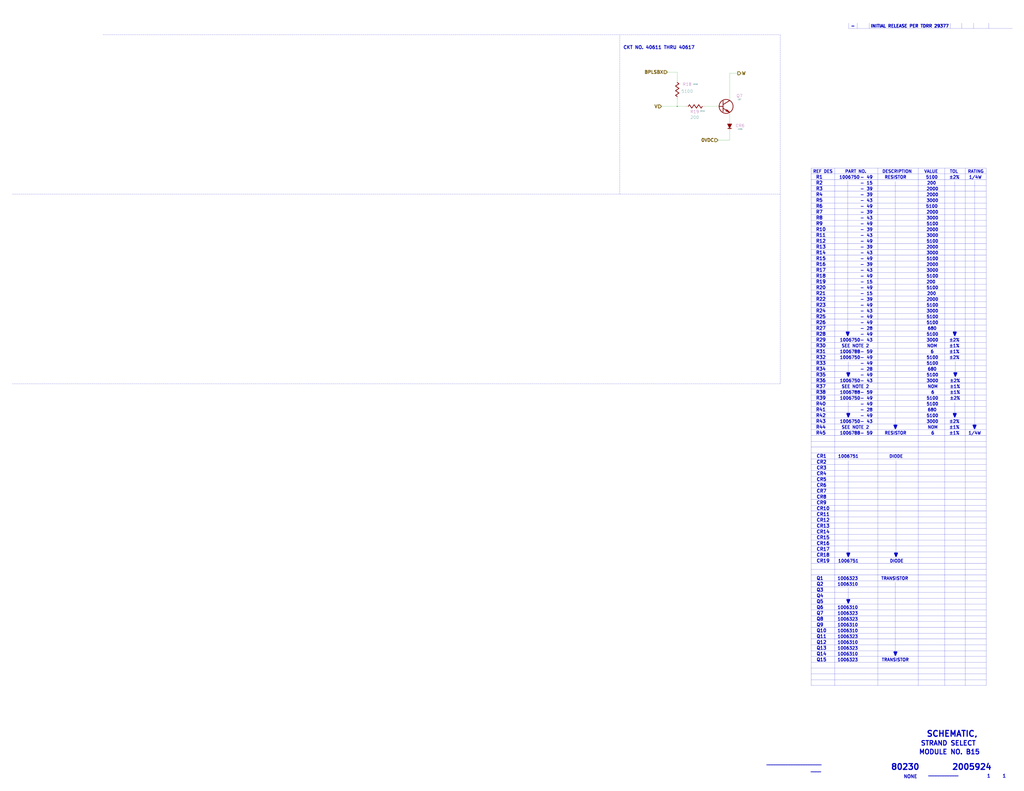
<source format=kicad_sch>
(kicad_sch (version 20211123) (generator eeschema)
  (paper "E")
  (lib_symbols
    (symbol "AGC_DSKY:Diode" (pin_numbers hide) (pin_names (offset 1.016) hide)
      (property "Reference" "CR" (at 0 5.08 0))
      (symbol "Diode_0_1"
        (polyline (pts (xy -2.54 -1.27) (xy -2.54 -1.905)) (stroke (width 0.762)))
        (polyline (pts (xy -2.54 1.27) (xy -2.54 -1.27)) (stroke (width 0.762)))
        (polyline (pts (xy -2.54 1.27) (xy -2.54 1.905)) (stroke (width 0.762)))
        (polyline (pts (xy -2.54 0) (xy 2.54 -2.54) (xy 2.54 2.54) (xy -2.54 0)) (stroke (width 0.2032)) (fill (type outline)))
      )
      (symbol "Diode_1_1"
        (pin passive line (at -5.08 0 0) (length 2.54) (name "K") (number "1"))
        (pin passive line (at 5.08 0 180) (length 2.54) (name "A") (number "2"))
      )
    )
    (symbol "AGC_DSKY:Resistor" (pin_numbers hide) (pin_names (offset 0) hide)
      (property "Reference" "R" (at -0.635 -4.445 0))
      (symbol "Resistor_0_1"
        (polyline (pts (xy -7.62 0) (xy -6.35 -1.905) (xy -3.81 1.905) (xy -1.27 -1.905) (xy 1.27 1.905) (xy 3.81 -1.905) (xy 6.35 1.905) (xy 7.62 0)) (stroke (width 0.762)))
      )
      (symbol "Resistor_1_1"
        (pin passive line (at -10.16 0 0) (length 2.54) (name "1") (number "1"))
        (pin passive line (at 10.16 0 180) (length 2.54) (name "2") (number "2"))
      )
    )
    (symbol "AGC_DSKY:Transistor-NPN" (pin_numbers hide) (pin_names (offset 0) hide)
      (property "Reference" "Q" (at 0 10.541 0))
      (symbol "Transistor-NPN_0_1"
        (polyline (pts (xy -3.302 -2.032) (xy 3.81 -6.35)) (stroke (width 0.762)))
        (polyline (pts (xy -3.302 2.032) (xy 3.81 6.35)) (stroke (width 0.762)))
        (polyline (pts (xy -3.302 5.969) (xy -3.302 -5.715)) (stroke (width 0.762)))
        (polyline (pts (xy -3.302 0) (xy -7.62 0) (xy -7.493 0)) (stroke (width 0.762)))
        (polyline (pts (xy -0.127 -4.826) (xy 0.635 -3.556) (xy 3.81 -6.35) (xy -0.254 -4.953)) (stroke (width 0.762)) (fill (type outline)))
        (circle (center 0 0) (radius 7.62) (stroke (width 0.762)))
      )
      (symbol "Transistor-NPN_1_1"
        (pin passive line (at 3.81 6.35 180) (length 0) (name "C") (number "1"))
        (pin passive line (at -7.62 0 0) (length 0) (name "B") (number "2"))
        (pin passive line (at 3.81 -6.35 180) (length 0) (name "E") (number "3"))
      )
    )
  )
  (junction (at 739.14 116.205))
  (polyline (pts (xy 885.19 259.715) (xy 1076.325 259.715)) (stroke (width 0) (type solid)))
  (polyline (pts (xy 1064.895 464.5152) (xy 1063.625 467.6902)) (stroke (width 1.524) (type solid)))
  (polyline (pts (xy 1042.67 394.335) (xy 1042.67 410.21)) (stroke (width 0) (type solid)))
  (polyline (pts (xy 885.19 488.315) (xy 1076.325 488.315)) (stroke (width 0) (type solid)))
  (wire (pts (xy 739.14 78.74) (xy 728.345 78.74)))
  (polyline (pts (xy 885.19 672.465) (xy 1076.325 672.465)) (stroke (width 0) (type solid)))
  (polyline (pts (xy 885.19 666.115) (xy 1076.325 666.115)) (stroke (width 0) (type solid)))
  (polyline (pts (xy 926.465 362.9152) (xy 925.195 366.0902)) (stroke (width 1.524) (type solid)))
  (polyline (pts (xy 1042.035 198.12) (xy 1042.035 365.76)) (stroke (width 0) (type solid)))
  (polyline (pts (xy 112.395 38.1) (xy 851.535 38.1)))
  (polyline (pts (xy 885.19 335.915) (xy 1076.325 335.915)) (stroke (width 0) (type solid)))
  (polyline (pts (xy 885.19 532.765) (xy 1076.325 532.765)) (stroke (width 0) (type solid)))
  (polyline (pts (xy 925.83 641.985) (xy 925.83 658.495)) (stroke (width 0) (type solid)))
  (polyline (pts (xy 885.19 697.865) (xy 1076.325 697.865)) (stroke (width 0) (type solid)))
  (polyline (pts (xy 885.19 481.965) (xy 1076.325 481.965)) (stroke (width 0) (type solid)))
  (polyline (pts (xy 885.19 501.015) (xy 1076.325 501.015)) (stroke (width 0) (type solid)))
  (polyline (pts (xy 885.19 520.065) (xy 1076.325 520.065)) (stroke (width 0) (type solid)))
  (polyline (pts (xy 885.19 735.965) (xy 1076.325 735.965)) (stroke (width 0) (type solid)))
  (polyline (pts (xy 1043.305 362.9152) (xy 1042.035 366.0902)) (stroke (width 1.524) (type solid)))
  (polyline (pts (xy 885.19 240.665) (xy 1076.325 240.665)) (stroke (width 0) (type solid)))
  (polyline (pts (xy 885.19 342.265) (xy 1076.325 342.265)) (stroke (width 0) (type solid)))
  (polyline (pts (xy 885.19 685.165) (xy 1076.325 685.165)) (stroke (width 0) (type solid)))
  (polyline (pts (xy 885.19 545.465) (xy 1076.325 545.465)) (stroke (width 0) (type solid)))
  (polyline (pts (xy 885.19 208.915) (xy 1076.325 208.915)) (stroke (width 0) (type solid)))
  (polyline (pts (xy 885.19 329.565) (xy 1076.325 329.565)) (stroke (width 0) (type solid)))
  (wire (pts (xy 739.14 78.74) (xy 739.14 87.63)))
  (polyline (pts (xy 885.19 278.765) (xy 1076.325 278.765)) (stroke (width 0) (type solid)))
  (wire (pts (xy 768.985 116.205) (xy 784.86 116.205)))
  (polyline (pts (xy 885.19 291.465) (xy 1076.325 291.465)) (stroke (width 0) (type solid)))
  (polyline (pts (xy 885.19 704.215) (xy 1076.325 704.215)) (stroke (width 0) (type solid)))
  (polyline (pts (xy 978.535 712.1652) (xy 977.265 715.3402)) (stroke (width 1.524) (type solid)))
  (wire (pts (xy 748.665 116.205) (xy 739.14 116.205)))
  (polyline (pts (xy 1062.355 464.5152) (xy 1064.895 464.5152)) (stroke (width 1.524) (type solid)))
  (polyline (pts (xy 676.275 212.09) (xy 676.275 38.1)))
  (polyline (pts (xy 885.19 564.515) (xy 1076.325 564.515)) (stroke (width 0) (type solid)))
  (polyline (pts (xy 885.19 621.665) (xy 1076.325 621.665)) (stroke (width 0) (type solid)))
  (polyline (pts (xy 885.19 215.265) (xy 1076.325 215.265)) (stroke (width 0) (type solid)))
  (polyline (pts (xy 976.63 604.2152) (xy 979.17 604.2152)) (stroke (width 1.524) (type solid)))
  (polyline (pts (xy 885.19 558.165) (xy 1076.325 558.165)) (stroke (width 0) (type solid)))
  (polyline (pts (xy 885.19 189.865) (xy 1076.325 189.865)) (stroke (width 0) (type solid)))
  (polyline (pts (xy 926.1094 25.2984) (xy 926.1094 31.0896)) (stroke (width 0) (type solid)))
  (polyline (pts (xy 885.19 310.515) (xy 1076.325 310.515)) (stroke (width 0) (type solid)))
  (polyline (pts (xy 1042.035 366.0902) (xy 1040.765 362.9152)) (stroke (width 1.524) (type solid)))
  (wire (pts (xy 739.14 116.205) (xy 721.995 116.205)))
  (polyline (pts (xy 885.19 653.415) (xy 1076.325 653.415)) (stroke (width 0) (type solid)))
  (polyline (pts (xy 885.19 183.515) (xy 885.19 748.665)) (stroke (width 0) (type solid)))
  (polyline (pts (xy 885.19 628.015) (xy 1076.325 628.015)) (stroke (width 0) (type solid)))
  (polyline (pts (xy 977.265 467.6902) (xy 975.995 464.5152)) (stroke (width 1.524) (type solid)))
  (polyline (pts (xy 885.19 456.565) (xy 1076.325 456.565)) (stroke (width 0) (type solid)))
  (polyline (pts (xy 885.19 316.865) (xy 1076.325 316.865)) (stroke (width 0) (type solid)))
  (polyline (pts (xy 885.19 393.065) (xy 1076.325 393.065)) (stroke (width 0) (type solid)))
  (polyline (pts (xy 927.1 604.2152) (xy 925.83 607.3902)) (stroke (width 1.524) (type solid)))
  (polyline (pts (xy 885.19 424.815) (xy 1076.325 424.815)) (stroke (width 0) (type solid)))
  (polyline (pts (xy 885.19 513.715) (xy 1076.325 513.715)) (stroke (width 0) (type solid)))
  (polyline (pts (xy 885.19 723.265) (xy 1076.325 723.265)) (stroke (width 0) (type solid)))
  (polyline (pts (xy 925.83 455.295) (xy 925.83 438.785)) (stroke (width 0) (type solid)))
  (polyline (pts (xy 1031.24 183.515) (xy 1031.24 748.665)) (stroke (width 0) (type solid)))
  (polyline (pts (xy 885.19 596.265) (xy 1076.325 596.265)) (stroke (width 0) (type solid)))
  (polyline (pts (xy 885.19 716.915) (xy 1076.325 716.915)) (stroke (width 0) (type solid)))
  (polyline (pts (xy 885.19 691.515) (xy 1076.325 691.515)) (stroke (width 0) (type solid)))
  (polyline (pts (xy 885.19 634.365) (xy 1076.325 634.365)) (stroke (width 0) (type solid)))
  (polyline (pts (xy 885.19 354.965) (xy 1076.325 354.965)) (stroke (width 0) (type solid)))
  (polyline (pts (xy 1040.765 451.8152) (xy 1043.305 451.8152)) (stroke (width 1.524) (type solid)))
  (wire (pts (xy 796.29 80.01) (xy 796.29 109.855)))
  (polyline (pts (xy 925.83 607.3902) (xy 924.56 604.2152)) (stroke (width 1.524) (type solid)))
  (polyline (pts (xy 958.215 183.515) (xy 958.215 748.665)) (stroke (width 0) (type solid)))
  (polyline (pts (xy 885.19 348.615) (xy 1076.325 348.615)) (stroke (width 0) (type solid)))
  (polyline (pts (xy 925.83 410.5402) (xy 924.56 407.3652)) (stroke (width 1.524) (type solid)))
  (polyline (pts (xy 924.56 655.0152) (xy 927.1 655.0152)) (stroke (width 1.524) (type solid)))
  (polyline (pts (xy 885.19 602.615) (xy 1076.325 602.615)) (stroke (width 0) (type solid)))
  (wire (pts (xy 796.29 80.01) (xy 805.18 80.01)))
  (polyline (pts (xy 927.1 451.8152) (xy 925.83 454.9902)) (stroke (width 1.524) (type solid)))
  (polyline (pts (xy 925.195 197.485) (xy 925.195 366.395)) (stroke (width 0) (type solid)))
  (polyline (pts (xy 885.19 418.465) (xy 1076.325 418.465)) (stroke (width 0) (type solid)))
  (polyline (pts (xy 885.19 386.715) (xy 1076.325 386.715)) (stroke (width 0) (type solid)))
  (polyline (pts (xy 885.19 647.065) (xy 1076.325 647.065)) (stroke (width 0) (type solid)))
  (polyline (pts (xy 13.335 212.09) (xy 851.535 212.09)))
  (polyline (pts (xy 926.1094 31.115) (xy 1104.9 31.115)) (stroke (width 0) (type solid)))
  (polyline (pts (xy 925.83 658.1902) (xy 924.56 655.0152)) (stroke (width 1.524) (type solid)))
  (polyline (pts (xy 885.19 526.415) (xy 1076.325 526.415)) (stroke (width 0) (type solid)))
  (polyline (pts (xy 925.83 454.9902) (xy 924.56 451.8152)) (stroke (width 1.524) (type solid)))
  (polyline (pts (xy 1037.1074 25.2984) (xy 1037.1074 31.0896)) (stroke (width 0) (type solid)))
  (polyline (pts (xy 911.225 748.665) (xy 911.225 183.515)) (stroke (width 0) (type solid)))
  (polyline (pts (xy 975.995 464.5152) (xy 978.535 464.5152)) (stroke (width 1.524) (type solid)))
  (polyline (pts (xy 885.19 253.365) (xy 1076.325 253.365)) (stroke (width 0) (type solid)))
  (polyline (pts (xy 885.19 577.215) (xy 1076.325 577.215)) (stroke (width 0) (type solid)))
  (polyline (pts (xy 885.19 412.115) (xy 1076.325 412.115)) (stroke (width 0) (type solid)))
  (polyline (pts (xy 885.19 266.065) (xy 1076.325 266.065)) (stroke (width 0) (type solid)))
  (polyline (pts (xy 977.265 635.635) (xy 977.265 715.01)) (stroke (width 0) (type solid)))
  (polyline (pts (xy 885.19 234.315) (xy 1076.325 234.315)) (stroke (width 0) (type solid)))
  (polyline (pts (xy 885.19 475.615) (xy 1076.325 475.615)) (stroke (width 0) (type solid)))
  (polyline (pts (xy 885.19 202.565) (xy 1076.325 202.565)) (stroke (width 0) (type solid)))
  (polyline (pts (xy 885.19 729.615) (xy 1076.325 729.615)) (stroke (width 0) (type solid)))
  (polyline (pts (xy 885.19 405.765) (xy 1076.325 405.765)) (stroke (width 0) (type solid)))
  (polyline (pts (xy 885.19 361.315) (xy 1076.325 361.315)) (stroke (width 0) (type solid)))
  (polyline (pts (xy 977.9 502.92) (xy 977.9 607.06)) (stroke (width 0) (type solid)))
  (polyline (pts (xy 885.19 589.915) (xy 1076.325 589.915)) (stroke (width 0) (type solid)))
  (polyline (pts (xy 885.19 748.665) (xy 1076.325 748.665)) (stroke (width 0) (type solid)))
  (polyline (pts (xy 885.19 539.115) (xy 1076.325 539.115)) (stroke (width 0) (type solid)))
  (polyline (pts (xy 885.19 323.215) (xy 1076.325 323.215)) (stroke (width 0) (type solid)))
  (polyline (pts (xy 948.69 25.2984) (xy 948.69 31.0896)) (stroke (width 0) (type solid)))
  (polyline (pts (xy 885.19 640.715) (xy 1076.325 640.715)) (stroke (width 0) (type solid)))
  (polyline (pts (xy 885.19 285.115) (xy 1076.325 285.115)) (stroke (width 0) (type solid)))
  (polyline (pts (xy 925.83 607.695) (xy 925.83 502.92)) (stroke (width 0) (type solid)))
  (polyline (pts (xy 885.19 615.315) (xy 1076.325 615.315)) (stroke (width 0) (type solid)))
  (polyline (pts (xy 923.925 362.9152) (xy 926.465 362.9152)) (stroke (width 1.524) (type solid)))
  (polyline (pts (xy 885.19 570.865) (xy 1076.325 570.865)) (stroke (width 0) (type solid)))
  (wire (pts (xy 796.29 142.875) (xy 796.29 153.035)))
  (wire (pts (xy 783.59 153.035) (xy 796.29 153.035)))
  (polyline (pts (xy 935.7106 25.2984) (xy 935.7106 31.0896)) (stroke (width 0) (type solid)))
  (polyline (pts (xy 924.56 604.2152) (xy 927.1 604.2152)) (stroke (width 1.524) (type solid)))
  (polyline (pts (xy 979.17 604.2152) (xy 977.9 607.3902)) (stroke (width 1.524) (type solid)))
  (polyline (pts (xy 885.19 399.415) (xy 1076.325 399.415)) (stroke (width 0) (type solid)))
  (polyline (pts (xy 924.56 407.3652) (xy 927.1 407.3652)) (stroke (width 1.524) (type solid)))
  (polyline (pts (xy 885.19 583.565) (xy 1076.325 583.565)) (stroke (width 0) (type solid)))
  (polyline (pts (xy 1043.94 407.3652) (xy 1042.67 410.5402)) (stroke (width 1.524) (type solid)))
  (polyline (pts (xy 885.19 272.415) (xy 1076.325 272.415)) (stroke (width 0) (type solid)))
  (polyline (pts (xy 885.19 437.515) (xy 1076.325 437.515)) (stroke (width 0) (type solid)))
  (polyline (pts (xy 885.19 374.015) (xy 1076.325 374.015)) (stroke (width 0) (type solid)))
  (polyline (pts (xy 1042.035 454.9902) (xy 1040.765 451.8152)) (stroke (width 1.524) (type solid)))
  (polyline (pts (xy 885.19 196.215) (xy 1076.325 196.215)) (stroke (width 0) (type solid)))
  (polyline (pts (xy 885.19 221.615) (xy 1076.325 221.615)) (stroke (width 0) (type solid)))
  (polyline (pts (xy 927.1 655.0152) (xy 925.83 658.1902)) (stroke (width 1.524) (type solid)))
  (polyline (pts (xy 924.56 451.8152) (xy 927.1 451.8152)) (stroke (width 1.524) (type solid)))
  (polyline (pts (xy 885.19 551.815) (xy 1076.325 551.815)) (stroke (width 0) (type solid)))
  (polyline (pts (xy 885.19 367.665) (xy 1076.325 367.665)) (stroke (width 0) (type solid)))
  (wire (pts (xy 739.14 107.95) (xy 739.14 116.205)))
  (polyline (pts (xy 885.19 507.365) (xy 1076.325 507.365)) (stroke (width 0) (type solid)))
  (polyline (pts (xy 885.19 469.265) (xy 1076.325 469.265)) (stroke (width 0) (type solid)))
  (wire (pts (xy 796.29 122.555) (xy 796.29 132.715)))
  (polyline (pts (xy 885.19 227.965) (xy 1076.325 227.965)) (stroke (width 0) (type solid)))
  (polyline (pts (xy 1041.4 407.3652) (xy 1043.94 407.3652)) (stroke (width 1.524) (type solid)))
  (polyline (pts (xy 885.19 678.815) (xy 1076.325 678.815)) (stroke (width 0) (type solid)))
  (polyline (pts (xy 1049.8328 25.2984) (xy 1049.8328 31.0896)) (stroke (width 0) (type solid)))
  (polyline (pts (xy 885.19 494.665) (xy 1076.325 494.665)) (stroke (width 0) (type solid)))
  (polyline (pts (xy 885.19 247.015) (xy 1076.325 247.015)) (stroke (width 0) (type solid)))
  (polyline (pts (xy 927.1 407.3652) (xy 925.83 410.5402)) (stroke (width 1.524) (type solid)))
  (polyline (pts (xy 1062.5074 25.2984) (xy 1062.5074 31.0896)) (stroke (width 0) (type solid)))
  (polyline (pts (xy 885.19 183.515) (xy 1076.325 183.515)) (stroke (width 0) (type solid)))
  (polyline (pts (xy 977.9 607.3902) (xy 976.63 604.2152)) (stroke (width 1.524) (type solid)))
  (polyline (pts (xy 885.19 462.915) (xy 1076.325 462.915)) (stroke (width 0) (type solid)))
  (polyline (pts (xy 1002.03 748.665) (xy 1002.03 183.515)) (stroke (width 0) (type solid)))
  (polyline (pts (xy 975.995 712.1652) (xy 978.535 712.1652)) (stroke (width 1.524) (type solid)))
  (polyline (pts (xy 925.83 394.97) (xy 925.83 410.845)) (stroke (width 0) (type solid)))
  (polyline (pts (xy 1078.992 25.2984) (xy 1078.992 31.0896)) (stroke (width 0) (type solid)))
  (polyline (pts (xy 885.19 304.165) (xy 1076.325 304.165)) (stroke (width 0) (type solid)))
  (polyline (pts (xy 1063.625 467.6902) (xy 1062.355 464.5152)) (stroke (width 1.524) (type solid)))
  (polyline (pts (xy 885.19 443.865) (xy 1076.325 443.865)) (stroke (width 0) (type solid)))
  (polyline (pts (xy 885.19 297.815) (xy 1076.325 297.815)) (stroke (width 0) (type solid)))
  (polyline (pts (xy 1043.305 451.8152) (xy 1042.035 454.9902)) (stroke (width 1.524) (type solid)))
  (polyline (pts (xy 885.19 742.315) (xy 1076.325 742.315)) (stroke (width 0) (type solid)))
  (polyline (pts (xy 851.535 419.1) (xy 13.335 419.1)))
  (polyline (pts (xy 925.195 366.0902) (xy 923.925 362.9152)) (stroke (width 1.524) (type solid)))
  (polyline (pts (xy 1040.765 362.9152) (xy 1043.305 362.9152)) (stroke (width 1.524) (type solid)))
  (polyline (pts (xy 885.19 710.565) (xy 1076.325 710.565)) (stroke (width 0) (type solid)))
  (polyline (pts (xy 977.265 715.3402) (xy 975.995 712.1652)) (stroke (width 1.524) (type solid)))
  (polyline (pts (xy 1042.67 410.5402) (xy 1041.4 407.3652)) (stroke (width 1.524) (type solid)))
  (polyline (pts (xy 885.19 608.965) (xy 1076.325 608.965)) (stroke (width 0) (type solid)))
  (polyline (pts (xy 1076.325 183.515) (xy 1076.325 748.665)) (stroke (width 0) (type solid)))
  (polyline (pts (xy 977.265 198.12) (xy 977.265 467.36)) (stroke (width 0) (type solid)))
  (polyline (pts (xy 885.19 450.215) (xy 1076.325 450.215)) (stroke (width 0) (type solid)))
  (polyline (pts (xy 851.535 38.1) (xy 851.535 419.1)))
  (polyline (pts (xy 1063.625 197.485) (xy 1063.625 467.36)) (stroke (width 0) (type solid)))
  (polyline (pts (xy 1053.465 748.665) (xy 1053.465 183.515)) (stroke (width 0) (type solid)))
  (polyline (pts (xy 978.535 464.5152) (xy 977.265 467.6902)) (stroke (width 1.524) (type solid)))
  (polyline (pts (xy 885.19 659.765) (xy 1076.325 659.765)) (stroke (width 0) (type solid)))
  (polyline (pts (xy 885.19 380.365) (xy 1076.325 380.365)) (stroke (width 0) (type solid)))
  (polyline (pts (xy 885.19 431.165) (xy 1076.325 431.165)) (stroke (width 0) (type solid)))
  (polyline (pts (xy 1042.035 439.42) (xy 1042.035 454.66)) (stroke (width 0) (type solid)))
  (text "R15" (at 890.27 284.48 0) (effects (font (size 3.556 3.556) (thickness 0.7112) bold) (justify left bottom)))
  (text "3000" (at 1010.92 373.38 0) (effects (font (size 3.302 3.302) (thickness 0.6604) bold) (justify left bottom)))
  (text "80230" (at 972.0326 841.3496 0) (effects (font (size 6.35 6.35) (thickness 1.27) bold) (justify left bottom)))
  (text "CR1" (at 890.905 500.38 0) (effects (font (size 3.556 3.556) (thickness 0.7112) bold) (justify left bottom)))
  (text "49" (at 945.515 335.28 0) (effects (font (size 3.302 3.302) (thickness 0.6604) bold) (justify left bottom)))
  (text "RESISTOR" (at 965.2 474.98 0) (effects (font (size 3.302 3.302) (thickness 0.6604) bold) (justify left bottom)))
  (text "CR17" (at 890.905 601.98 0) (effects (font (size 3.556 3.556) (thickness 0.7112) bold) (justify left bottom)))
  (text "R43" (at 890.27 462.28 0) (effects (font (size 3.556 3.556) (thickness 0.7112) bold) (justify left bottom)))
  (text "R40" (at 890.27 443.23 0) (effects (font (size 3.556 3.556) (thickness 0.7112) bold) (justify left bottom)))
  (text "1006310" (at 913.765 665.48 0) (effects (font (size 3.302 3.302) (thickness 0.6604) bold) (justify left bottom)))
  (text "1006310" (at 913.765 716.28 0) (effects (font (size 3.302 3.302) (thickness 0.6604) bold) (justify left bottom)))
  (text "1006788" (at 916.305 474.98 0) (effects (font (size 3.302 3.302) (thickness 0.6604) bold) (justify left bottom)))
  (text "DIODE" (at 970.915 614.68 0) (effects (font (size 3.302 3.302) (thickness 0.6604) bold) (justify left bottom)))
  (text "5100" (at 1010.92 367.03 0) (effects (font (size 3.302 3.302) (thickness 0.6604) bold) (justify left bottom)))
  (text "CR8" (at 890.905 544.83 0) (effects (font (size 3.556 3.556) (thickness 0.7112) bold) (justify left bottom)))
  (text "R35" (at 890.27 411.48 0) (effects (font (size 3.556 3.556) (thickness 0.7112) bold) (justify left bottom)))
  (text "R42" (at 890.27 455.93 0) (effects (font (size 3.556 3.556) (thickness 0.7112) bold) (justify left bottom)))
  (text "-" (at 938.53 309.88 0) (effects (font (size 3.302 3.302) (thickness 0.6604) bold) (justify left bottom)))
  (text "R17" (at 890.27 297.18 0) (effects (font (size 3.556 3.556) (thickness 0.7112) bold) (justify left bottom)))
  (text "CR14" (at 890.905 582.93 0) (effects (font (size 3.556 3.556) (thickness 0.7112) bold) (justify left bottom)))
  (text "CR10" (at 890.905 557.53 0) (effects (font (size 3.556 3.556) (thickness 0.7112) bold) (justify left bottom)))
  (text "43" (at 945.515 341.63 0) (effects (font (size 3.302 3.302) (thickness 0.6604) bold) (justify left bottom)))
  (text "R31" (at 890.27 386.08 0) (effects (font (size 3.556 3.556) (thickness 0.7112) bold) (justify left bottom)))
  (text "-" (at 938.53 354.33 0) (effects (font (size 3.302 3.302) (thickness 0.6604) bold) (justify left bottom)))
  (text "Q1" (at 890.905 633.73 0) (effects (font (size 3.556 3.556) (thickness 0.7112) bold) (justify left bottom)))
  (text "-" (at 938.53 411.48 0) (effects (font (size 3.302 3.302) (thickness 0.6604) bold) (justify left bottom)))
  (text "CKT NO. 40611 THRU 40617" (at 680.085 53.975 0) (effects (font (size 3.556 3.556) (thickness 0.7112) bold) (justify left bottom)))
  (text "15" (at 945.515 309.88 0) (effects (font (size 3.302 3.302) (thickness 0.6604) bold) (justify left bottom)))
  (text "Q5" (at 890.905 659.13 0) (effects (font (size 3.556 3.556) (thickness 0.7112) bold) (justify left bottom)))
  (text "R8" (at 890.27 240.03 0) (effects (font (size 3.556 3.556) (thickness 0.7112) bold) (justify left bottom)))
  (text "TRANSISTOR" (at 961.39 633.73 0) (effects (font (size 3.302 3.302) (thickness 0.6604) bold) (justify left bottom)))
  (text "-       INITIAL RELEASE PER TDRR 29377" (at 928.37 30.48 0) (effects (font (size 3.302 3.302) (thickness 0.6604) bold) (justify left bottom)))
  (text "-" (at 938.53 335.28 0) (effects (font (size 3.302 3.302) (thickness 0.6604) bold) (justify left bottom)))
  (text "R11" (at 890.27 259.08 0) (effects (font (size 3.556 3.556) (thickness 0.7112) bold) (justify left bottom)))
  (text "2000" (at 1010.92 328.93 0) (effects (font (size 3.302 3.302) (thickness 0.6604) bold) (justify left bottom)))
  (text "SEE NOTE 2" (at 918.21 424.18 0) (effects (font (size 3.302 3.302) (thickness 0.6604) bold) (justify left bottom)))
  (text "R19" (at 890.27 309.88 0) (effects (font (size 3.556 3.556) (thickness 0.7112) bold) (justify left bottom)))
  (text "±1%" (at 1035.685 474.98 0) (effects (font (size 3.302 3.302) (thickness 0.6604) bold) (justify left bottom)))
  (text "5100" (at 1010.92 411.48 0) (effects (font (size 3.302 3.302) (thickness 0.6604) bold) (justify left bottom)))
  (text "±2%" (at 1036.32 417.83 0) (effects (font (size 3.302 3.302) (thickness 0.6604) bold) (justify left bottom)))
  (text "R1" (at 890.27 195.58 0) (effects (font (size 3.556 3.556) (thickness 0.7112) bold) (justify left bottom)))
  (text "43" (at 945.515 240.03 0) (effects (font (size 3.302 3.302) (thickness 0.6604) bold) (justify left bottom)))
  (text "Q9" (at 890.905 684.53 0) (effects (font (size 3.556 3.556) (thickness 0.7112) bold) (justify left bottom)))
  (text "49" (at 945.515 436.88 0) (effects (font (size 3.302 3.302) (thickness 0.6604) bold) (justify left bottom)))
  (text "R21" (at 890.27 322.58 0) (effects (font (size 3.556 3.556) (thickness 0.7112) bold) (justify left bottom)))
  (text "Q15" (at 890.905 722.63 0) (effects (font (size 3.556 3.556) (thickness 0.7112) bold) (justify left bottom)))
  (text "CR12" (at 890.905 570.23 0) (effects (font (size 3.556 3.556) (thickness 0.7112) bold) (justify left bottom)))
  (text "R28" (at 890.27 367.03 0) (effects (font (size 3.556 3.556) (thickness 0.7112) bold) (justify left bottom)))
  (text "5100" (at 1010.92 455.93 0) (effects (font (size 3.302 3.302) (thickness 0.6604) bold) (justify left bottom)))
  (text "CR7" (at 890.905 538.48 0) (effects (font (size 3.556 3.556) (thickness 0.7112) bold) (justify left bottom)))
  (text "R44" (at 890.27 468.63 0) (effects (font (size 3.556 3.556) (thickness 0.7112) bold) (justify left bottom)))
  (text "-" (at 938.53 347.98 0) (effects (font (size 3.302 3.302) (thickness 0.6604) bold) (justify left bottom)))
  (text "R33" (at 890.27 398.78 0) (effects (font (size 3.556 3.556) (thickness 0.7112) bold) (justify left bottom)))
  (text "NONE" (at 986.0026 850.2396 0) (effects (font (size 3.556 3.556) (thickness 0.7112) bold) (justify left bottom)))
  (text "15" (at 945.515 201.93 0) (effects (font (size 3.302 3.302) (thickness 0.6604) bold) (justify left bottom)))
  (text "43" (at 945.515 220.98 0) (effects (font (size 3.302 3.302) (thickness 0.6604) bold) (justify left bottom)))
  (text "R32" (at 890.27 392.43 0) (effects (font (size 3.556 3.556) (thickness 0.7112) bold) (justify left bottom)))
  (text "-" (at 938.53 240.03 0) (effects (font (size 3.302 3.302) (thickness 0.6604) bold) (justify left bottom)))
  (text "±2%" (at 1036.32 436.88 0) (effects (font (size 3.302 3.302) (thickness 0.6604) bold) (justify left bottom)))
  (text "5100" (at 1010.92 284.48 0) (effects (font (size 3.302 3.302) (thickness 0.6604) bold) (justify left bottom)))
  (text "Q8" (at 890.905 678.18 0) (effects (font (size 3.556 3.556) (thickness 0.7112) bold) (justify left bottom)))
  (text "5100" (at 1010.92 335.28 0) (effects (font (size 3.302 3.302) (thickness 0.6604) bold) (justify left bottom)))
  (text "Q13" (at 890.905 709.93 0) (effects (font (size 3.556 3.556) (thickness 0.7112) bold) (justify left bottom)))
  (text "-" (at 938.53 259.08 0) (effects (font (size 3.302 3.302) (thickness 0.6604) bold) (justify left bottom)))
  (text "39" (at 945.515 233.68 0) (effects (font (size 3.302 3.302) (thickness 0.6604) bold) (justify left bottom)))
  (text "-" (at 938.53 252.73 0) (effects (font (size 3.302 3.302) (thickness 0.6604) bold) (justify left bottom)))
  (text "-" (at 938.53 271.78 0) (effects (font (size 3.302 3.302) (thickness 0.6604) bold) (justify left bottom)))
  (text "5100" (at 1010.92 354.33 0) (effects (font (size 3.302 3.302) (thickness 0.6604) bold) (justify left bottom)))
  (text "R12" (at 890.27 265.43 0) (effects (font (size 3.556 3.556) (thickness 0.7112) bold) (justify left bottom)))
  (text "6" (at 1016 430.53 0) (effects (font (size 3.302 3.302) (thickness 0.6604) bold) (justify left bottom)))
  (text "____________" (at 1012.825 847.725 0) (effects (font (size 3.556 3.556) (thickness 0.7112) bold) (justify left bottom)))
  (text "5100" (at 1010.92 265.43 0) (effects (font (size 3.302 3.302) (thickness 0.6604) bold) (justify left bottom)))
  (text "3000" (at 1010.92 278.13 0) (effects (font (size 3.302 3.302) (thickness 0.6604) bold) (justify left bottom)))
  (text "43" (at 945.515 278.13 0) (effects (font (size 3.302 3.302) (thickness 0.6604) bold) (justify left bottom)))
  (text "2000" (at 1010.92 233.68 0) (effects (font (size 3.302 3.302) (thickness 0.6604) bold) (justify left bottom)))
  (text "-" (at 938.53 227.33 0) (effects (font (size 3.302 3.302) (thickness 0.6604) bold) (justify left bottom)))
  (text "R20" (at 890.27 316.23 0) (effects (font (size 3.556 3.556) (thickness 0.7112) bold) (justify left bottom)))
  (text "5100" (at 1010.92 398.78 0) (effects (font (size 3.302 3.302) (thickness 0.6604) bold) (justify left bottom)))
  (text "-" (at 938.53 436.88 0) (effects (font (size 3.302 3.302) (thickness 0.6604) bold) (justify left bottom)))
  (text "59" (at 945.515 386.08 0) (effects (font (size 3.302 3.302) (thickness 0.6604) bold) (justify left bottom)))
  (text "1     1" (at 1076.96 849.63 0) (effects (font (size 3.556 3.556) (thickness 0.7112) bold) (justify left bottom)))
  (text "49" (at 945.515 316.23 0) (effects (font (size 3.302 3.302) (thickness 0.6604) bold) (justify left bottom)))
  (text "5100" (at 1010.92 303.53 0) (effects (font (size 3.302 3.302) (thickness 0.6604) bold) (justify left bottom)))
  (text "R41" (at 890.27 449.58 0) (effects (font (size 3.556 3.556) (thickness 0.7112) bold) (justify left bottom)))
  (text "680" (at 1012.19 405.13 0) (effects (font (size 3.302 3.302) (thickness 0.6604) bold) (justify left bottom)))
  (text "1006323" (at 913.765 709.93 0) (effects (font (size 3.302 3.302) (thickness 0.6604) bold) (justify left bottom)))
  (text "R37" (at 890.27 424.18 0) (effects (font (size 3.556 3.556) (thickness 0.7112) bold) (justify left bottom)))
  (text "-" (at 938.53 373.38 0) (effects (font (size 3.302 3.302) (thickness 0.6604) bold) (justify left bottom)))
  (text "R30" (at 890.27 379.73 0) (effects (font (size 3.556 3.556) (thickness 0.7112) bold) (justify left bottom)))
  (text "2005924" (at 1038.7076 841.3496 0) (effects (font (size 6.35 6.35) (thickness 1.27) bold) (justify left bottom)))
  (text "680" (at 1012.19 360.68 0) (effects (font (size 3.302 3.302) (thickness 0.6604) bold) (justify left bottom)))
  (text "-" (at 938.53 462.28 0) (effects (font (size 3.302 3.302) (thickness 0.6604) bold) (justify left bottom)))
  (text "R13" (at 890.27 271.78 0) (effects (font (size 3.556 3.556) (thickness 0.7112) bold) (justify left bottom)))
  (text "39" (at 945.515 271.78 0) (effects (font (size 3.302 3.302) (thickness 0.6604) bold) (justify left bottom)))
  (text "R45" (at 890.27 474.98 0) (effects (font (size 3.556 3.556) (thickness 0.7112) bold) (justify left bottom)))
  (text "R9" (at 890.27 246.38 0) (effects (font (size 3.556 3.556) (thickness 0.7112) bold) (justify left bottom)))
  (text "±1%" (at 1035.685 468.63 0) (effects (font (size 3.302 3.302) (thickness 0.6604) bold) (justify left bottom)))
  (text "2000" (at 1010.92 271.78 0) (effects (font (size 3.302 3.302) (thickness 0.6604) bold) (justify left bottom)))
  (text "Q12" (at 890.905 703.58 0) (effects (font (size 3.556 3.556) (thickness 0.7112) bold) (justify left bottom)))
  (text "6" (at 1016 474.98 0) (effects (font (size 3.302 3.302) (thickness 0.6604) bold) (justify left bottom)))
  (text "R6" (at 890.27 227.33 0) (effects (font (size 3.556 3.556) (thickness 0.7112) bold) (justify left bottom)))
  (text "NOM" (at 1011.555 379.73 0) (effects (font (size 3.302 3.302) (thickness 0.6604) bold) (justify left bottom)))
  (text "STRAND SELECT" (at 1004.57 814.705 0) (effects (font (size 5.08 5.08) (thickness 1.016) bold) (justify left bottom)))
  (text "R7" (at 890.27 233.68 0) (effects (font (size 3.556 3.556) (thickness 0.7112) bold) (justify left bottom)))
  (text "CR11" (at 890.905 563.88 0) (effects (font (size 3.556 3.556) (thickness 0.7112) bold) (justify left bottom)))
  (text "R39" (at 890.27 436.88 0) (effects (font (size 3.556 3.556) (thickness 0.7112) bold) (justify left bottom)))
  (text "-" (at 938.53 367.03 0) (effects (font (size 3.302 3.302) (thickness 0.6604) bold) (justify left bottom)))
  (text "49" (at 945.515 246.38 0) (effects (font (size 3.302 3.302) (thickness 0.6604) bold) (justify left bottom)))
  (text "3000" (at 1010.92 462.28 0) (effects (font (size 3.302 3.302) (thickness 0.6604) bold) (justify left bottom)))
  (text "49" (at 945.515 455.93 0) (effects (font (size 3.302 3.302) (thickness 0.6604) bold) (justify left bottom)))
  (text "-" (at 938.53 316.23 0) (effects (font (size 3.302 3.302) (thickness 0.6604) bold) (justify left bottom)))
  (text "R36" (at 890.27 417.83 0) (effects (font (size 3.556 3.556) (thickness 0.7112) bold) (justify left bottom)))
  (text "-" (at 938.53 443.23 0) (effects (font (size 3.302 3.302) (thickness 0.6604) bold) (justify left bottom)))
  (text "3000" (at 1010.92 259.08 0) (effects (font (size 3.302 3.302) (thickness 0.6604) bold) (justify left bottom)))
  (text "1006310" (at 913.765 684.53 0) (effects (font (size 3.302 3.302) (thickness 0.6604) bold) (justify left bottom)))
  (text "NOM" (at 1012.19 424.18 0) (effects (font (size 3.302 3.302) (thickness 0.6604) bold) (justify left bottom)))
  (text "R24" (at 890.27 341.63 0) (effects (font (size 3.556 3.556) (thickness 0.7112) bold) (justify left bottom)))
  (text "Q10" (at 890.905 690.88 0) (effects (font (size 3.556 3.556) (thickness 0.7112) bold) (justify left bottom)))
  (text "PART NO." (at 922.02 189.23 0) (effects (font (size 3.302 3.302) (thickness 0.6604) bold) (justify left bottom)))
  (text "49" (at 945.515 354.33 0) (effects (font (size 3.302 3.302) (thickness 0.6604) bold) (justify left bottom)))
  (text "15" (at 945.515 322.58 0) (effects (font (size 3.302 3.302) (thickness 0.6604) bold) (justify left bottom)))
  (text "CR5" (at 890.905 525.78 0) (effects (font (size 3.556 3.556) (thickness 0.7112) bold) (justify left bottom)))
  (text "1006750" (at 916.305 462.28 0) (effects (font (size 3.302 3.302) (thickness 0.6604) bold) (justify left bottom)))
  (text "28" (at 945.515 449.58 0) (effects (font (size 3.302 3.302) (thickness 0.6604) bold) (justify left bottom)))
  (text "2000" (at 1010.92 214.63 0) (effects (font (size 3.302 3.302) (thickness 0.6604) bold) (justify left bottom)))
  (text "49" (at 945.515 411.48 0) (effects (font (size 3.302 3.302) (thickness 0.6604) bold) (justify left bottom)))
  (text "680" (at 1012.19 449.58 0) (effects (font (size 3.302 3.302) (thickness 0.6604) bold) (justify left bottom)))
  (text "-" (at 938.53 328.93 0) (effects (font (size 3.302 3.302) (thickness 0.6604) bold) (justify left bottom)))
  (text "Q4" (at 890.905 652.78 0) (effects (font (size 3.556 3.556) (thickness 0.7112) bold) (justify left bottom)))
  (text "39" (at 945.515 328.93 0) (effects (font (size 3.302 3.302) (thickness 0.6604) bold) (justify left bottom)))
  (text "49" (at 945.515 284.48 0) (effects (font (size 3.302 3.302) (thickness 0.6604) bold) (justify left bottom)))
  (text "-" (at 938.53 284.48 0) (effects (font (size 3.302 3.302) (thickness 0.6604) bold) (justify left bottom)))
  (text "R23" (at 890.27 335.28 0) (effects (font (size 3.556 3.556) (thickness 0.7112) bold) (justify left bottom)))
  (text "-" (at 938.53 290.83 0) (effects (font (size 3.302 3.302) (thickness 0.6604) bold) (justify left bottom)))
  (text "Q14" (at 890.905 716.28 0) (effects (font (size 3.556 3.556) (thickness 0.7112) bold) (justify left bottom)))
  (text "5100" (at 1010.92 347.98 0) (effects (font (size 3.302 3.302) (thickness 0.6604) bold) (justify left bottom)))
  (text "DIODE" (at 970.28 500.38 0) (effects (font (size 3.302 3.302) (thickness 0.6604) bold) (justify left bottom)))
  (text "49" (at 945.515 303.53 0) (effects (font (size 3.302 3.302) (thickness 0.6604) bold) (justify left bottom)))
  (text "43" (at 945.515 417.83 0) (effects (font (size 3.302 3.302) (thickness 0.6604) bold) (justify left bottom)))
  (text "-" (at 938.53 246.38 0) (effects (font (size 3.302 3.302) (thickness 0.6604) bold) (justify left bottom)))
  (text "5100" (at 1010.92 392.43 0) (effects (font (size 3.302 3.302) (thickness 0.6604) bold) (justify left bottom)))
  (text "2000" (at 1010.92 290.83 0) (effects (font (size 3.302 3.302) (thickness 0.6604) bold) (justify left bottom)))
  (text "49" (at 945.515 265.43 0) (effects (font (size 3.302 3.302) (thickness 0.6604) bold) (justify left bottom)))
  (text "-" (at 938.53 322.58 0) (effects (font (size 3.302 3.302) (thickness 0.6604) bold) (justify left bottom)))
  (text "2000" (at 1010.92 252.73 0) (effects (font (size 3.302 3.302) (thickness 0.6604) bold) (justify left bottom)))
  (text "-" (at 938.53 220.98 0) (effects (font (size 3.302 3.302) (thickness 0.6604) bold) (justify left bottom)))
  (text "RESISTOR" (at 965.2 195.58 0) (effects (font (size 3.302 3.302) (thickness 0.6604) bold) (justify left bottom)))
  (text "R3" (at 890.27 208.28 0) (effects (font (size 3.556 3.556) (thickness 0.7112) bold) (justify left bottom)))
  (text "±2%" (at 1035.685 373.38 0) (effects (font (size 3.302 3.302) (thickness 0.6604) bold) (justify left bottom)))
  (text "3000" (at 1010.92 297.18 0) (effects (font (size 3.302 3.302) (thickness 0.6604) bold) (justify left bottom)))
  (text "CR9" (at 890.905 551.18 0) (effects (font (size 3.556 3.556) (thickness 0.7112) bold) (justify left bottom)))
  (text "49" (at 945.515 347.98 0) (effects (font (size 3.302 3.302) (thickness 0.6604) bold) (justify left bottom)))
  (text "43" (at 945.515 259.08 0) (effects (font (size 3.302 3.302) (thickness 0.6604) bold) (justify left bottom)))
  (text "-" (at 938.53 195.58 0) (effects (font (size 3.302 3.302) (thickness 0.6604) bold) (justify left bottom)))
  (text "TOL" (at 1036.32 189.23 0) (effects (font (size 3.302 3.302) (thickness 0.6604) bold) (justify left bottom)))
  (text "3000" (at 1010.92 220.98 0) (effects (font (size 3.302 3.302) (thickness 0.6604) bold) (justify left bottom)))
  (text "49" (at 945.515 392.43 0) (effects (font (size 3.302 3.302) (thickness 0.6604) bold) (justify left bottom)))
  (text "200" (at 1011.555 201.93 0) (effects (font (size 3.302 3.302) (thickness 0.6604) bold) (justify left bottom)))
  (text "49" (at 945.515 195.58 0) (effects (font (size 3.302 3.302) (thickness 0.6604) bold) (justify left bottom)))
  (text "39" (at 945.515 252.73 0) (effects (font (size 3.302 3.302) (thickness 0.6604) bold) (justify left bottom)))
  (text "SCHEMATIC," (at 1010.92 805.18 0) (effects (font (size 6.35 6.35) (thickness 1.27) bold) (justify left bottom)))
  (text "±1%" (at 1036.32 430.53 0) (effects (font (size 3.302 3.302) (thickness 0.6604) bold) (justify left bottom)))
  (text "R2" (at 890.27 201.93 0) (effects (font (size 3.556 3.556) (thickness 0.7112) bold) (justify left bottom)))
  (text "49" (at 945.515 367.03 0) (effects (font (size 3.302 3.302) (thickness 0.6604) bold) (justify left bottom)))
  (text "R5" (at 890.27 220.98 0) (effects (font (size 3.556 3.556) (thickness 0.7112) bold) (justify left bottom)))
  (text "200" (at 1011.555 322.58 0) (effects (font (size 3.302 3.302) (thickness 0.6604) bold) (justify left bottom)))
  (text "5100" (at 1010.285 195.58 0) (effects (font (size 3.302 3.302) (thickness 0.6604) bold) (justify left bottom)))
  (text "5100" (at 1010.92 246.38 0) (effects (font (size 3.302 3.302) (thickness 0.6604) bold) (justify left bottom)))
  (text "-" (at 938.53 449.58 0) (effects (font (size 3.302 3.302) (thickness 0.6604) bold) (justify left bottom)))
  (text "-" (at 938.53 360.68 0) (effects (font (size 3.302 3.302) (thickness 0.6604) bold) (justify left bottom)))
  (text "1006750" (at 916.305 373.38 0) (effects (font (size 3.302 3.302) (thickness 0.6604) bold) (justify left bottom)))
  (text "TRANSISTOR" (at 962.025 722.63 0) (effects (font (size 3.302 3.302) (thickness 0.6604) bold) (justify left bottom)))
  (text "CR3" (at 890.905 513.08 0) (effects (font (size 3.556 3.556) (thickness 0.7112) bold) (justify left bottom)))
  (text "CR18" (at 890.905 608.33 0) (effects (font (size 3.556 3.556) (thickness 0.7112) bold) (justify left bottom)))
  (text "CR19" (at 890.905 614.68 0) (effects (font (size 3.556 3.556) (thickness 0.7112) bold) (justify left bottom)))
  (text "1006323" (at 913.765 722.63 0) (effects (font (size 3.302 3.302) (thickness 0.6604) bold) (justify left bottom)))
  (text "CR15" (at 890.905 589.28 0) (effects (font (size 3.556 3.556) (thickness 0.7112) bold) (justify left bottom)))
  (text "5100" (at 1010.285 227.33 0) (effects (font (size 3.302 3.302) (thickness 0.6604) bold) (justify left bottom)))
  (text "-" (at 938.53 214.63 0) (effects (font (size 3.302 3.302) (thickness 0.6604) bold) (justify left bottom)))
  (text "R22" (at 890.27 328.93 0) (effects (font (size 3.556 3.556) (thickness 0.7112) bold) (justify left bottom)))
  (text "SEE NOTE 2" (at 918.21 379.73 0) (effects (font (size 3.302 3.302) (thickness 0.6604) bold) (justify left bottom)))
  (text "CR13" (at 890.905 576.58 0) (effects (font (size 3.556 3.556) (thickness 0.7112) bold) (justify left bottom)))
  (text "1006750" (at 916.305 436.88 0) (effects (font (size 3.302 3.302) (thickness 0.6604) bold) (justify left bottom)))
  (text "R10" (at 890.27 252.73 0) (effects (font (size 3.556 3.556) (thickness 0.7112) bold) (justify left bottom)))
  (text "Q2" (at 890.905 640.08 0) (effects (font (size 3.556 3.556) (thickness 0.7112) bold) (justify left bottom)))
  (text "±2%" (at 1035.685 392.43 0) (effects (font (size 3.302 3.302) (thickness 0.6604) bold) (justify left bottom)))
  (text "3000" (at 1010.92 417.83 0) (effects (font (size 3.302 3.302) (thickness 0.6604) bold) (justify left bottom)))
  (text "3000" (at 1010.92 341.63 0) (effects (font (size 3.302 3.302) (thickness 0.6604) bold) (justify left bottom)))
  (text "1006310" (at 913.765 690.88 0) (effects (font (size 3.302 3.302) (thickness 0.6604) bold) (justify left bottom)))
  (text "1/4W" (at 1057.275 195.58 0) (effects (font (size 3.302 3.302) (thickness 0.6604) bold) (justify left bottom)))
  (text "DESCRIPTION" (at 962.66 189.23 0) (effects (font (size 3.302 3.302) (thickness 0.6604) bold) (justify left bottom)))
  (text "R25" (at 890.27 347.98 0) (effects (font (size 3.556 3.556) (thickness 0.7112) bold) (justify left bottom)))
  (text "59" (at 945.515 430.53 0) (effects (font (size 3.302 3.302) (thickness 0.6604) bold) (justify left bottom)))
  (text "Q11" (at 890.905 697.23 0) (effects (font (size 3.556 3.556) (thickness 0.7112) bold) (justify left bottom)))
  (text "-" (at 938.53 297.18 0) (effects (font (size 3.302 3.302) (thickness 0.6604) bold) (justify left bottom)))
  (text "______________________" (at 836.295 835.66 0) (effects (font (size 3.556 3.556) (thickness 0.7112) bold) (justify left bottom)))
  (text "5100" (at 1010.92 443.23 0) (effects (font (size 3.302 3.302) (thickness 0.6604) bold) (justify left bottom)))
  (text "-" (at 938.53 430.53 0) (effects (font (size 3.302 3.302) (thickness 0.6604) bold) (justify left bottom)))
  (text "-" (at 938.53 208.28 0) (effects (font (size 3.302 3.302) (thickness 0.6604) bold) (justify left bottom)))
  (text "1006750" (at 915.67 195.58 0) (effects (font (size 3.302 3.302) (thickness 0.6604) bold) (justify left bottom)))
  (text "CR4" (at 890.905 519.43 0) (effects (font (size 3.556 3.556) (thickness 0.7112) bold) (justify left bottom)))
  (text "-" (at 938.53 233.68 0) (effects (font (size 3.302 3.302) (thickness 0.6604) bold) (justify left bottom)))
  (text "1006323" (at 913.765 633.73 0) (effects (font (size 3.302 3.302) (thickness 0.6604) bold) (justify left bottom)))
  (text "59" (at 945.515 474.98 0) (effects (font (size 3.302 3.302) (thickness 0.6604) bold) (justify left bottom)))
  (text "-" (at 938.53 455.93 0) (effects (font (size 3.302 3.302) (thickness 0.6604) bold) (justify left bottom)))
  (text "____" (at 884.555 843.28 0) (effects (font (size 3.556 3.556) (thickness 0.7112) bold) (justify left bottom)))
  (text "VALUE" (at 1008.38 189.23 0) (effects (font (size 3.302 3.302) (thickness 0.6604) bold) (justify left bottom)))
  (text "5100" (at 1010.92 436.88 0) (effects (font (size 3.302 3.302) (thickness 0.6604) bold) (justify left bottom)))
  (text "R26" (at 890.27 354.33 0) (effects (font (size 3.556 3.556) (thickness 0.7112) bold) (justify left bottom)))
  (text "-" (at 938.53 474.98 0) (effects (font (size 3.302 3.302) (thickness 0.6604) bold) (justify left bottom)))
  (text "1006323" (at 913.765 678.18 0) (effects (font (size 3.302 3.302) (thickness 0.6604) bold) (justify left bottom)))
  (text "-" (at 938.53 417.83 0) (effects (font (size 3.302 3.302) (thickness 0.6604) bold) (justify left bottom)))
  (text "R38" (at 890.27 430.53 0) (effects (font (size 3.556 3.556) (thickness 0.7112) bold) (justify left bottom)))
  (text "43" (at 945.515 373.38 0) (effects (font (size 3.302 3.302) (thickness 0.6604) bold) (justify left bottom)))
  (text "R18" (at 890.27 303.53 0) (effects (font (size 3.556 3.556) (thickness 0.7112) bold) (justify left bottom)))
  (text "2000" (at 1010.92 208.28 0) (effects (font (size 3.302 3.302) (thickness 0.6604) bold) (justify left bottom)))
  (text "49" (at 945.515 443.23 0) (effects (font (size 3.302 3.302) (thickness 0.6604) bold) (justify left bottom)))
  (text "R34" (at 890.27 405.13 0) (effects (font (size 3.556 3.556) (thickness 0.7112) bold) (justify left bottom)))
  (text "1006751" (at 914.4 614.68 0) (effects (font (size 3.302 3.302) (thickness 0.6604) bold) (justify left bottom)))
  (text "R16" (at 890.27 290.83 0) (effects (font (size 3.556 3.556) (thickness 0.7112) bold) (justify left bottom)))
  (text "1/4W" (at 1056.64 474.98 0) (effects (font (size 3.302 3.302) (thickness 0.6604) bold) (justify left bottom)))
  (text "28" (at 945.515 405.13 0) (effects (font (size 3.302 3.302) (thickness 0.6604) bold) (justify left bottom)))
  (text "MODULE NO. B15" (at 1002.665 824.23 0) (effects (font (size 5.08 5.08) (thickness 1.016) bold) (justify left bottom)))
  (text "28" (at 945.515 360.68 0) (effects (font (size 3.302 3.302) (thickness 0.6604) bold) (justify left bottom)))
  (text "1006751" (at 914.4 500.38 0) (effects (font (size 3.302 3.302) (thickness 0.6604) bold) (justify left bottom)))
  (text "CR16" (at 890.905 595.63 0) (effects (font (size 3.556 3.556) (thickness 0.7112) bold) (justify left bottom)))
  (text "43" (at 945.515 297.18 0) (effects (font (size 3.302 3.302) (thickness 0.6604) bold) (justify left bottom)))
  (text "1006310" (at 913.765 703.58 0) (effects (font (size 3.302 3.302) (thickness 0.6604) bold) (justify left bottom)))
  (text "CR2" (at 890.905 506.73 0) (effects (font (size 3.556 3.556) (thickness 0.7112) bold) (justify left bottom)))
  (text "39" (at 945.515 208.28 0) (effects (font (size 3.302 3.302) (thickness 0.6604) bold) (justify left bottom)))
  (text "Q7" (at 890.905 671.83 0) (effects (font (size 3.556 3.556) (thickness 0.7112) bold) (justify left bottom)))
  (text "1006750" (at 916.305 417.83 0) (effects (font (size 3.302 3.302) (thickness 0.6604) bold) (justify left bottom)))
  (text "RATING" (at 1056.005 189.23 0) (effects (font (size 3.302 3.302) (thickness 0.6604) bold) (justify left bottom)))
  (text "-" (at 938.53 303.53 0) (effects (font (size 3.302 3.302) (thickness 0.6604) bold) (justify left bottom)))
  (text "R4" (at 890.27 214.63 0) (effects (font (size 3.556 3.556) (thickness 0.7112) bold) (justify left bottom)))
  (text "-       INITIAL RELEASE PER TDRR 29377" (at 928.37 30.48 0) (effects (font (size 3.302 3.302) (thickness 0.6604) bold) (justify left bottom)))
  (text "43" (at 945.515 462.28 0) (effects (font (size 3.302 3.302) (thickness 0.6604) bold) (justify left bottom)))
  (text "R14" (at 890.27 278.13 0) (effects (font (size 3.556 3.556) (thickness 0.7112) bold) (justify left bottom)))
  (text "-" (at 938.53 278.13 0) (effects (font (size 3.302 3.302) (thickness 0.6604) bold) (justify left bottom)))
  (text "±2%" (at 1035.685 195.58 0) (effects (font (size 3.302 3.302) (thickness 0.6604) bold) (justify left bottom)))
  (text "1006788" (at 916.305 430.53 0) (effects (font (size 3.302 3.302) (thickness 0.6604) bold) (justify left bottom)))
  (text "Q3" (at 890.905 646.43 0) (effects (font (size 3.556 3.556) (thickness 0.7112) bold) (justify left bottom)))
  (text "39" (at 945.515 290.83 0) (effects (font (size 3.302 3.302) (thickness 0.6604) bold) (justify left bottom)))
  (text "1006788" (at 916.305 386.08 0) (effects (font (size 3.302 3.302) (thickness 0.6604) bold) (justify left bottom)))
  (text "±1%" (at 1035.685 386.08 0) (effects (font (size 3.302 3.302) (thickness 0.6604) bold) (justify left bottom)))
  (text "SEE NOTE 2" (at 918.21 468.63 0) (effects (font (size 3.302 3.302) (thickness 0.6604) bold) (justify left bottom)))
  (text "1006323" (at 913.765 697.23 0) (effects (font (size 3.302 3.302) (thickness 0.6604) bold) (justify left bottom)))
  (text "-" (at 938.53 386.08 0) (effects (font (size 3.302 3.302) (thickness 0.6604) bold) (justify left bottom)))
  (text "49" (at 945.515 227.33 0) (effects (font (size 3.302 3.302) (thickness 0.6604) bold) (justify left bottom)))
  (text "1006310" (at 913.765 640.08 0) (effects (font (size 3.302 3.302) (thickness 0.6604) bold) (justify left bottom)))
  (text "39" (at 945.515 214.63 0) (effects (font (size 3.302 3.302) (thickness 0.6604) bold) (justify left bottom)))
  (text "5100" (at 1010.92 316.23 0) (effects (font (size 3.302 3.302) (thickness 0.6604) bold) (justify left bottom)))
  (text "-" (at 938.53 392.43 0) (effects (font (size 3.302 3.302) (thickness 0.6604) bold) (justify left bottom)))
  (text "NOM" (at 1012.19 468.63 0) (effects (font (size 3.302 3.302) (thickness 0.6604) bold) (justify left bottom)))
  (text "±2%" (at 1035.685 462.28 0) (effects (font (size 3.302 3.302) (thickness 0.6604) bold) (justify left bottom)))
  (text "49" (at 945.515 398.78 0) (effects (font (size 3.302 3.302) (thickness 0.6604) bold) (justify left bottom)))
  (text "-" (at 938.53 341.63 0) (effects (font (size 3.302 3.302) (thickness 0.6604) bold) (justify left bottom)))
  (text "1006750" (at 916.305 392.43 0) (effects (font (size 3.302 3.302) (thickness 0.6604) bold) (justify left bottom)))
  (text "REF DES" (at 887.095 189.23 0) (effects (font (size 3.302 3.302) (thickness 0.6604) bold) (justify left bottom)))
  (text "-" (at 938.53 405.13 0) (effects (font (size 3.302 3.302) (thickness 0.6604) bold) (justify left bottom)))
  (text "Q6" (at 890.905 665.48 0) (effects (font (size 3.556 3.556) (thickness 0.7112) bold) (justify left bottom)))
  (text "R27" (at 890.27 360.68 0) (effects (font (size 3.556 3.556) (thickness 0.7112) bold) (justify left bottom)))
  (text "-" (at 938.53 398.78 0) (effects (font (size 3.302 3.302) (thickness 0.6604) bold) (justify left bottom)))
  (text "-" (at 938.53 265.43 0) (effects (font (size 3.302 3.302) (thickness 0.6604) bold) (justify left bottom)))
  (text "1006323" (at 913.765 671.83 0) (effects (font (size 3.302 3.302) (thickness 0.6604) bold) (justify left bottom)))
  (text "-" (at 938.53 201.93 0) (effects (font (size 3.302 3.302) (thickness 0.6604) bold) (justify left bottom)))
  (text "CR6" (at 890.905 532.13 0) (effects (font (size 3.556 3.556) (thickness 0.7112) bold) (justify left bottom)))
  (text "6" (at 1015.365 386.08 0) (effects (font (size 3.302 3.302) (thickness 0.6604) bold) (justify left bottom)))
  (text "3000" (at 1010.92 240.03 0) (effects (font (size 3.302 3.302) (thickness 0.6604) bold) (justify left bottom)))
  (text "±1%" (at 1035.685 379.73 0) (effects (font (size 3.302 3.302) (thickness 0.6604) bold) (justify left bottom)))
  (text "±1%" (at 1036.32 424.18 0) (effects (font (size 3.302 3.302) (thickness 0.6604) bold) (justify left bottom)))
  (text "200" (at 1010.92 309.88 0) (effects (font (size 3.302 3.302) (thickness 0.6604) bold) (justify left bottom)))
  (text "R29" (at 890.27 373.38 0) (effects (font (size 3.556 3.556) (thickness 0.7112) bold) (justify left bottom)))
  (hierarchical_label "0VDC" (shape input) (at 783.59 153.035 180) (effects (font (size 3.556 3.556) (thickness 0.7112) bold)))
  (hierarchical_label "V" (shape input) (at 721.995 116.205 180) (effects (font (size 3.556 3.556) (thickness 0.7112) bold)))
  (hierarchical_label "W" (shape output) (at 805.18 80.01 0) (effects (font (size 3.556 3.556) (thickness 0.7112) bold)))
  (hierarchical_label "BPLSBX" (shape input) (at 728.345 78.74 180) (effects (font (size 3.556 3.556) (thickness 0.7112) bold)))
  (symbol (lib_id "AGC_DSKY:Transistor-NPN") (at 792.48 116.205 0)
    (property "Reference" "1Q7" (at 807.085 108.585 0))
    (property "Value" "Transistor-NPN" (effects hide))
    (property "OREFD" "Q7" (at 807.085 104.775 0) (effects (font (size 3.302 3.302))))
  )
  (symbol (lib_id "AGC_DSKY:Diode") (at 796.29 137.795 90)
    (property "Reference" "1CR6" (at 807.72 140.97 90))
    (property "Value" "Diode" (effects hide))
    (property "OREFD" "CR6" (at 807.72 137.16 90) (effects (font (size 3.302 3.302))))
  )
  (symbol (lib_id "AGC_DSKY:Resistor") (at 758.825 116.205 0) (mirror y)
    (property "Reference" "1R19" (at 766.445 121.285 0))
    (property "Value" "200" (at 758.19 128.27 0) (effects (font (size 3.302 3.302))))
    (property "OREFD" "R19" (at 758.19 121.92 0) (effects (font (size 3.302 3.302))))
  )
  (symbol (lib_id "AGC_DSKY:Resistor") (at 739.14 97.79 90) (mirror x)
    (property "Reference" "1R18" (at 758.825 92.075 90))
    (property "Value" "5100" (at 749.935 99.695 90) (effects (font (size 3.302 3.302))))
    (property "OREFD" "R18" (at 749.935 92.075 90) (effects (font (size 3.302 3.302))))
  )
)
</source>
